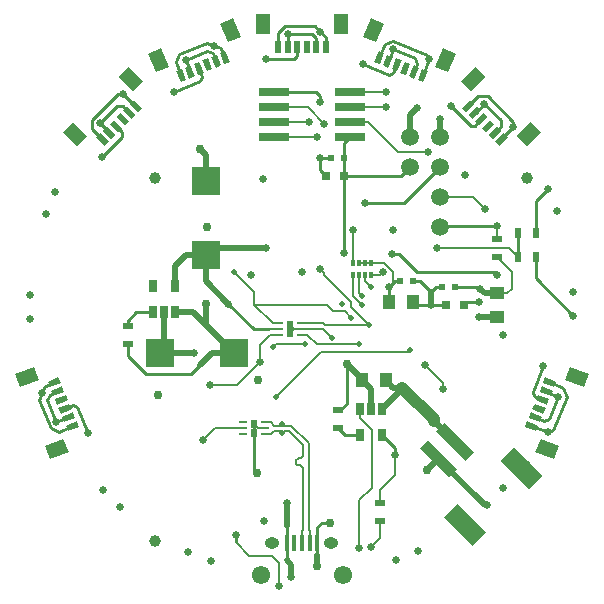
<source format=gbl>
G04 #@! TF.GenerationSoftware,KiCad,Pcbnew,no-vcs-found-7448~57~ubuntu16.10.1*
G04 #@! TF.CreationDate,2017-01-12T10:04:47-05:00*
G04 #@! TF.ProjectId,featherlight,666561746865726C696768742E6B6963,rev?*
G04 #@! TF.FileFunction,Copper,L4,Bot,Signal*
G04 #@! TF.FilePolarity,Positive*
%FSLAX46Y46*%
G04 Gerber Fmt 4.6, Leading zero omitted, Abs format (unit mm)*
G04 Created by KiCad (PCBNEW no-vcs-found-7448~57~ubuntu16.10.1) date Thu Jan 12 10:04:47 2017*
%MOMM*%
%LPD*%
G01*
G04 APERTURE LIST*
%ADD10C,0.100000*%
%ADD11R,0.900000X0.500000*%
%ADD12C,0.500000*%
%ADD13C,1.200000*%
%ADD14R,0.610000X0.710000*%
%ADD15R,0.700000X0.250000*%
%ADD16R,0.400000X0.500000*%
%ADD17R,0.300000X0.500000*%
%ADD18R,1.250000X1.000000*%
%ADD19R,0.400000X1.350000*%
%ADD20O,1.250000X0.950000*%
%ADD21C,1.550000*%
%ADD22R,0.500000X0.900000*%
%ADD23C,1.600000*%
%ADD24C,1.000000*%
%ADD25R,1.200000X1.700000*%
%ADD26R,0.500000X1.000000*%
%ADD27R,0.600000X0.500000*%
%ADD28R,0.650000X1.060000*%
%ADD29C,1.500000*%
%ADD30R,0.800000X0.750000*%
%ADD31R,1.000000X1.250000*%
%ADD32R,2.575000X0.650000*%
%ADD33R,2.370000X2.430000*%
%ADD34R,2.430000X2.370000*%
%ADD35C,0.635000*%
%ADD36C,0.508000*%
%ADD37C,0.762000*%
%ADD38C,0.508000*%
%ADD39C,0.254000*%
%ADD40C,0.203200*%
%ADD41C,1.016000*%
G04 APERTURE END LIST*
D10*
D11*
X29718000Y-47740000D03*
X29718000Y-46240000D03*
D12*
X50977269Y-23465530D03*
D10*
G36*
X50554957Y-23831799D02*
X50937641Y-22907919D01*
X51399581Y-23099261D01*
X51016897Y-24023141D01*
X50554957Y-23831799D01*
X50554957Y-23831799D01*
G37*
D12*
X51716371Y-23771676D03*
D10*
G36*
X51294059Y-24137945D02*
X51676743Y-23214065D01*
X52138683Y-23405407D01*
X51755999Y-24329287D01*
X51294059Y-24137945D01*
X51294059Y-24137945D01*
G37*
D12*
X52455475Y-24077823D03*
D10*
G36*
X52033163Y-24444092D02*
X52415847Y-23520212D01*
X52877787Y-23711554D01*
X52495103Y-24635434D01*
X52033163Y-24444092D01*
X52033163Y-24444092D01*
G37*
D12*
X53194578Y-24383970D03*
D10*
G36*
X52772266Y-24750239D02*
X53154950Y-23826359D01*
X53616890Y-24017701D01*
X53234206Y-24941581D01*
X52772266Y-24750239D01*
X52772266Y-24750239D01*
G37*
D12*
X53933682Y-24690117D03*
D10*
G36*
X53511370Y-25056386D02*
X53894054Y-24132506D01*
X54355994Y-24323848D01*
X53973310Y-25247728D01*
X53511370Y-25056386D01*
X53511370Y-25056386D01*
G37*
D12*
X54672786Y-24996263D03*
D10*
G36*
X54250474Y-25362532D02*
X54633158Y-24438652D01*
X55095098Y-24629994D01*
X54712414Y-25553874D01*
X54250474Y-25362532D01*
X54250474Y-25362532D01*
G37*
D13*
X56620062Y-23692187D03*
D10*
G36*
X55740453Y-24247875D02*
X56391015Y-22677279D01*
X57499671Y-23136499D01*
X56849109Y-24707095D01*
X55740453Y-24247875D01*
X55740453Y-24247875D01*
G37*
D13*
X50522457Y-21166476D03*
D10*
G36*
X49642848Y-21722164D02*
X50293410Y-20151568D01*
X51402066Y-20610788D01*
X50751504Y-22181384D01*
X49642848Y-21722164D01*
X49642848Y-21722164D01*
G37*
D13*
X23692187Y-56620062D03*
D10*
G36*
X24707095Y-56849109D02*
X23136499Y-57499671D01*
X22677279Y-56391015D01*
X24247875Y-55740453D01*
X24707095Y-56849109D01*
X24707095Y-56849109D01*
G37*
D13*
X21166476Y-50522457D03*
D10*
G36*
X22181384Y-50751504D02*
X20610788Y-51402066D01*
X20151568Y-50293410D01*
X21722164Y-49642848D01*
X22181384Y-50751504D01*
X22181384Y-50751504D01*
G37*
D12*
X23465530Y-50977269D03*
D10*
G36*
X24023141Y-51016897D02*
X23099261Y-51399581D01*
X22907919Y-50937641D01*
X23831799Y-50554957D01*
X24023141Y-51016897D01*
X24023141Y-51016897D01*
G37*
D12*
X23771676Y-51716371D03*
D10*
G36*
X24329287Y-51755999D02*
X23405407Y-52138683D01*
X23214065Y-51676743D01*
X24137945Y-51294059D01*
X24329287Y-51755999D01*
X24329287Y-51755999D01*
G37*
D12*
X24077823Y-52455475D03*
D10*
G36*
X24635434Y-52495103D02*
X23711554Y-52877787D01*
X23520212Y-52415847D01*
X24444092Y-52033163D01*
X24635434Y-52495103D01*
X24635434Y-52495103D01*
G37*
D12*
X24383970Y-53194578D03*
D10*
G36*
X24941581Y-53234206D02*
X24017701Y-53616890D01*
X23826359Y-53154950D01*
X24750239Y-52772266D01*
X24941581Y-53234206D01*
X24941581Y-53234206D01*
G37*
D12*
X24690117Y-53933682D03*
D10*
G36*
X25247728Y-53973310D02*
X24323848Y-54355994D01*
X24132506Y-53894054D01*
X25056386Y-53511370D01*
X25247728Y-53973310D01*
X25247728Y-53973310D01*
G37*
D12*
X24996263Y-54672786D03*
D10*
G36*
X25553874Y-54712414D02*
X24629994Y-55095098D01*
X24438652Y-54633158D01*
X25362532Y-54250474D01*
X25553874Y-54712414D01*
X25553874Y-54712414D01*
G37*
D13*
X67733524Y-50522457D03*
D10*
G36*
X67177836Y-49642848D02*
X68748432Y-50293410D01*
X68289212Y-51402066D01*
X66718616Y-50751504D01*
X67177836Y-49642848D01*
X67177836Y-49642848D01*
G37*
D13*
X65207813Y-56620062D03*
D10*
G36*
X64652125Y-55740453D02*
X66222721Y-56391015D01*
X65763501Y-57499671D01*
X64192905Y-56849109D01*
X64652125Y-55740453D01*
X64652125Y-55740453D01*
G37*
D12*
X63903737Y-54672786D03*
D10*
G36*
X63537468Y-54250474D02*
X64461348Y-54633158D01*
X64270006Y-55095098D01*
X63346126Y-54712414D01*
X63537468Y-54250474D01*
X63537468Y-54250474D01*
G37*
D12*
X64209883Y-53933682D03*
D10*
G36*
X63843614Y-53511370D02*
X64767494Y-53894054D01*
X64576152Y-54355994D01*
X63652272Y-53973310D01*
X63843614Y-53511370D01*
X63843614Y-53511370D01*
G37*
D12*
X64516030Y-53194578D03*
D10*
G36*
X64149761Y-52772266D02*
X65073641Y-53154950D01*
X64882299Y-53616890D01*
X63958419Y-53234206D01*
X64149761Y-52772266D01*
X64149761Y-52772266D01*
G37*
D12*
X64822177Y-52455475D03*
D10*
G36*
X64455908Y-52033163D02*
X65379788Y-52415847D01*
X65188446Y-52877787D01*
X64264566Y-52495103D01*
X64455908Y-52033163D01*
X64455908Y-52033163D01*
G37*
D12*
X65128324Y-51716371D03*
D10*
G36*
X64762055Y-51294059D02*
X65685935Y-51676743D01*
X65494593Y-52138683D01*
X64570713Y-51755999D01*
X64762055Y-51294059D01*
X64762055Y-51294059D01*
G37*
D12*
X65434470Y-50977269D03*
D10*
G36*
X65068201Y-50554957D02*
X65992081Y-50937641D01*
X65800739Y-51399581D01*
X64876859Y-51016897D01*
X65068201Y-50554957D01*
X65068201Y-50554957D01*
G37*
D13*
X58970438Y-25262658D03*
D10*
G36*
X57945133Y-25439435D02*
X59147215Y-24237353D01*
X59995743Y-25085881D01*
X58793661Y-26287963D01*
X57945133Y-25439435D01*
X57945133Y-25439435D01*
G37*
D13*
X63637342Y-29929562D03*
D10*
G36*
X62612037Y-30106339D02*
X63814119Y-28904257D01*
X64662647Y-29752785D01*
X63460565Y-30954867D01*
X62612037Y-30106339D01*
X62612037Y-30106339D01*
G37*
D12*
X61339245Y-30389182D03*
D10*
G36*
X60808915Y-30565959D02*
X61516022Y-29858852D01*
X61869575Y-30212405D01*
X61162468Y-30919512D01*
X60808915Y-30565959D01*
X60808915Y-30565959D01*
G37*
D12*
X60773560Y-29823496D03*
D10*
G36*
X60243230Y-30000273D02*
X60950337Y-29293166D01*
X61303890Y-29646719D01*
X60596783Y-30353826D01*
X60243230Y-30000273D01*
X60243230Y-30000273D01*
G37*
D12*
X60207875Y-29257811D03*
D10*
G36*
X59677545Y-29434588D02*
X60384652Y-28727481D01*
X60738205Y-29081034D01*
X60031098Y-29788141D01*
X59677545Y-29434588D01*
X59677545Y-29434588D01*
G37*
D12*
X59642189Y-28692125D03*
D10*
G36*
X59111859Y-28868902D02*
X59818966Y-28161795D01*
X60172519Y-28515348D01*
X59465412Y-29222455D01*
X59111859Y-28868902D01*
X59111859Y-28868902D01*
G37*
D12*
X59076504Y-28126440D03*
D10*
G36*
X58546174Y-28303217D02*
X59253281Y-27596110D01*
X59606834Y-27949663D01*
X58899727Y-28656770D01*
X58546174Y-28303217D01*
X58546174Y-28303217D01*
G37*
D12*
X58510819Y-27560755D03*
D10*
G36*
X57980489Y-27737532D02*
X58687596Y-27030425D01*
X59041149Y-27383978D01*
X58334042Y-28091085D01*
X57980489Y-27737532D01*
X57980489Y-27737532D01*
G37*
D14*
X40386000Y-54509000D03*
X40386000Y-55219000D03*
D15*
X39461000Y-54364000D03*
X39461000Y-54864000D03*
X39461000Y-55364000D03*
X41311000Y-55364000D03*
X41311000Y-54864000D03*
X41311000Y-54364000D03*
D16*
X48780000Y-40902000D03*
D17*
X49280000Y-40902000D03*
D16*
X50280000Y-40902000D03*
D17*
X49780000Y-40902000D03*
D16*
X48780000Y-41902000D03*
D17*
X49780000Y-41902000D03*
X49280000Y-41902000D03*
D16*
X50280000Y-41902000D03*
D18*
X60960000Y-45434000D03*
X60960000Y-43434000D03*
D19*
X45750000Y-64604460D03*
X45100000Y-64604460D03*
X44450000Y-64604460D03*
X43800000Y-64604460D03*
X43150000Y-64604460D03*
D20*
X46950000Y-64604460D03*
X41950000Y-64604460D03*
D21*
X47950000Y-67304460D03*
X40950000Y-67304460D03*
D22*
X64268496Y-38354000D03*
X62768496Y-38354000D03*
D23*
X58232058Y-63040384D03*
D10*
G36*
X57595662Y-61272617D02*
X59999825Y-63676780D01*
X58868454Y-64808151D01*
X56464291Y-62403988D01*
X57595662Y-61272617D01*
X57595662Y-61272617D01*
G37*
D23*
X63040384Y-58232058D03*
D10*
G36*
X62403988Y-56464291D02*
X64808151Y-58868454D01*
X63676780Y-59999825D01*
X61272617Y-57595662D01*
X62403988Y-56464291D01*
X62403988Y-56464291D01*
G37*
D24*
X56004672Y-57418885D03*
D10*
G36*
X55120789Y-55827895D02*
X57595662Y-58302768D01*
X56888555Y-59009875D01*
X54413682Y-56535002D01*
X55120789Y-55827895D01*
X55120789Y-55827895D01*
G37*
D24*
X57418885Y-56004672D03*
D10*
G36*
X56535002Y-54413682D02*
X59009875Y-56888555D01*
X58302768Y-57595662D01*
X55827895Y-55120789D01*
X56535002Y-54413682D01*
X56535002Y-54413682D01*
G37*
D12*
X27560755Y-30389182D03*
D10*
G36*
X27737532Y-30919512D02*
X27030425Y-30212405D01*
X27383978Y-29858852D01*
X28091085Y-30565959D01*
X27737532Y-30919512D01*
X27737532Y-30919512D01*
G37*
D12*
X28126440Y-29823496D03*
D10*
G36*
X28303217Y-30353826D02*
X27596110Y-29646719D01*
X27949663Y-29293166D01*
X28656770Y-30000273D01*
X28303217Y-30353826D01*
X28303217Y-30353826D01*
G37*
D12*
X28692125Y-29257811D03*
D10*
G36*
X28868902Y-29788141D02*
X28161795Y-29081034D01*
X28515348Y-28727481D01*
X29222455Y-29434588D01*
X28868902Y-29788141D01*
X28868902Y-29788141D01*
G37*
D12*
X29257811Y-28692125D03*
D10*
G36*
X29434588Y-29222455D02*
X28727481Y-28515348D01*
X29081034Y-28161795D01*
X29788141Y-28868902D01*
X29434588Y-29222455D01*
X29434588Y-29222455D01*
G37*
D12*
X29823496Y-28126440D03*
D10*
G36*
X30000273Y-28656770D02*
X29293166Y-27949663D01*
X29646719Y-27596110D01*
X30353826Y-28303217D01*
X30000273Y-28656770D01*
X30000273Y-28656770D01*
G37*
D12*
X30389182Y-27560755D03*
D10*
G36*
X30565959Y-28091085D02*
X29858852Y-27383978D01*
X30212405Y-27030425D01*
X30919512Y-27737532D01*
X30565959Y-28091085D01*
X30565959Y-28091085D01*
G37*
D13*
X29929562Y-25262658D03*
D10*
G36*
X30106339Y-26287963D02*
X28904257Y-25085881D01*
X29752785Y-24237353D01*
X30954867Y-25439435D01*
X30106339Y-26287963D01*
X30106339Y-26287963D01*
G37*
D13*
X25262658Y-29929562D03*
D10*
G36*
X25439435Y-30954867D02*
X24237353Y-29752785D01*
X25085881Y-28904257D01*
X26287963Y-30106339D01*
X25439435Y-30954867D01*
X25439435Y-30954867D01*
G37*
D12*
X34227214Y-24996263D03*
D10*
G36*
X34187586Y-25553874D02*
X33804902Y-24629994D01*
X34266842Y-24438652D01*
X34649526Y-25362532D01*
X34187586Y-25553874D01*
X34187586Y-25553874D01*
G37*
D12*
X34966318Y-24690117D03*
D10*
G36*
X34926690Y-25247728D02*
X34544006Y-24323848D01*
X35005946Y-24132506D01*
X35388630Y-25056386D01*
X34926690Y-25247728D01*
X34926690Y-25247728D01*
G37*
D12*
X35705422Y-24383970D03*
D10*
G36*
X35665794Y-24941581D02*
X35283110Y-24017701D01*
X35745050Y-23826359D01*
X36127734Y-24750239D01*
X35665794Y-24941581D01*
X35665794Y-24941581D01*
G37*
D12*
X36444525Y-24077823D03*
D10*
G36*
X36404897Y-24635434D02*
X36022213Y-23711554D01*
X36484153Y-23520212D01*
X36866837Y-24444092D01*
X36404897Y-24635434D01*
X36404897Y-24635434D01*
G37*
D12*
X37183629Y-23771676D03*
D10*
G36*
X37144001Y-24329287D02*
X36761317Y-23405407D01*
X37223257Y-23214065D01*
X37605941Y-24137945D01*
X37144001Y-24329287D01*
X37144001Y-24329287D01*
G37*
D12*
X37922731Y-23465530D03*
D10*
G36*
X37883103Y-24023141D02*
X37500419Y-23099261D01*
X37962359Y-22907919D01*
X38345043Y-23831799D01*
X37883103Y-24023141D01*
X37883103Y-24023141D01*
G37*
D13*
X38377543Y-21166476D03*
D10*
G36*
X38148496Y-22181384D02*
X37497934Y-20610788D01*
X38606590Y-20151568D01*
X39257152Y-21722164D01*
X38148496Y-22181384D01*
X38148496Y-22181384D01*
G37*
D13*
X32279938Y-23692187D03*
D10*
G36*
X32050891Y-24707095D02*
X31400329Y-23136499D01*
X32508985Y-22677279D01*
X33159547Y-24247875D01*
X32050891Y-24707095D01*
X32050891Y-24707095D01*
G37*
D25*
X41150000Y-20615000D03*
X47750000Y-20615000D03*
D26*
X46450000Y-22565000D03*
X45650000Y-22565000D03*
X44850000Y-22565000D03*
X44050000Y-22565000D03*
X43250000Y-22565000D03*
X42450000Y-22565000D03*
D27*
X52790000Y-42418000D03*
X53890000Y-42418000D03*
D28*
X33716000Y-42842000D03*
X31816000Y-42842000D03*
X31816000Y-45042000D03*
X32766000Y-45042000D03*
X33716000Y-45042000D03*
D29*
X56134000Y-37846000D03*
X56134000Y-35306000D03*
X56134000Y-32766000D03*
X56134000Y-30226000D03*
D30*
X56654000Y-44450000D03*
X58154000Y-44450000D03*
D27*
X56346000Y-42926000D03*
X57446000Y-42926000D03*
D11*
X60960000Y-38874000D03*
X60960000Y-40374000D03*
D24*
X32004000Y-33655000D03*
X32004000Y-64389000D03*
X63500000Y-33655000D03*
D11*
X51054000Y-62726000D03*
X51054000Y-61226000D03*
D22*
X62756496Y-40386000D03*
X64256496Y-40386000D03*
D11*
X47498000Y-53352000D03*
X47498000Y-54852000D03*
D28*
X49342000Y-55456000D03*
X51242000Y-55456000D03*
X51242000Y-53256000D03*
X50292000Y-53256000D03*
X49342000Y-53256000D03*
D29*
X53594000Y-30226000D03*
D31*
X51546000Y-50800000D03*
X49546000Y-50800000D03*
X51832000Y-44196000D03*
X53832000Y-44196000D03*
D14*
X43434000Y-46101000D03*
X43434000Y-46811000D03*
D15*
X42509000Y-45956000D03*
X42509000Y-46456000D03*
X42509000Y-46956000D03*
X44359000Y-46956000D03*
X44359000Y-46456000D03*
X44359000Y-45956000D03*
D30*
X46506000Y-33528000D03*
X48006000Y-33528000D03*
D27*
X46906000Y-32004000D03*
X48006000Y-32004000D03*
D29*
X53594000Y-32766000D03*
D32*
X42093500Y-30226000D03*
X42093500Y-28956000D03*
X42093500Y-27686000D03*
X42093500Y-26416000D03*
X48518500Y-26416000D03*
X48518500Y-27686000D03*
X48518500Y-28956000D03*
X48518500Y-30226000D03*
D33*
X32440000Y-48514000D03*
X38680000Y-48514000D03*
D34*
X36322000Y-40204000D03*
X36322000Y-33964000D03*
D35*
X35306000Y-48514000D03*
D36*
X46990000Y-47218590D03*
D37*
X48260000Y-49403000D03*
D36*
X47879000Y-44323000D03*
D35*
X40132000Y-41910000D03*
X44450000Y-41656000D03*
X65265304Y-55210416D03*
X55210416Y-23634696D03*
X22459280Y-51865416D03*
X54165500Y-27749500D03*
X62357000Y-29337000D03*
X58273000Y-33381000D03*
X48768000Y-38100000D03*
X45974000Y-27210000D03*
X45974000Y-32004000D03*
X29337000Y-26543000D03*
X41148000Y-33782000D03*
X37034584Y-22459280D03*
X46014533Y-21295467D03*
X59436000Y-45466000D03*
X43180000Y-61214000D03*
D37*
X55003557Y-58420000D03*
D35*
X66027424Y-36474585D03*
X67437000Y-45339000D03*
X60075646Y-61332882D03*
X52425415Y-66027424D03*
X43561000Y-67437000D03*
X34831927Y-65347013D03*
X27567118Y-60075646D03*
X21463000Y-43561000D03*
X23552987Y-34831927D03*
X55372000Y-44450000D03*
D37*
X35814000Y-31242000D03*
X40640000Y-58674000D03*
D35*
X51816026Y-42926000D03*
X48006000Y-40005000D03*
X59563000Y-43053000D03*
X41402000Y-39624000D03*
X38227000Y-44323000D03*
X38862000Y-63881000D03*
X42545000Y-68199000D03*
D36*
X42799000Y-54483000D03*
X42799000Y-55245000D03*
X49530000Y-43688000D03*
X50292000Y-42926000D03*
D37*
X36449000Y-37846000D03*
X36322000Y-44323000D03*
D35*
X41264052Y-62748948D03*
X56134000Y-28638500D03*
X23650188Y-54302738D03*
X66124626Y-52190750D03*
X59896041Y-27387513D03*
X34597262Y-23650188D03*
X27387513Y-29003959D03*
X52190750Y-22775374D03*
X52324000Y-57150000D03*
X65249812Y-34597262D03*
X67437000Y-43307000D03*
X61512487Y-59896041D03*
X54302738Y-65249812D03*
X36709250Y-66124626D03*
X29003959Y-61512487D03*
X21463000Y-45593000D03*
X22775374Y-36709250D03*
X43307000Y-21463000D03*
X60960000Y-37719000D03*
X59944000Y-36322000D03*
X26344390Y-55248721D03*
X27544566Y-31855089D03*
X33651279Y-26344390D03*
X41402000Y-23590106D03*
X49616751Y-24011552D03*
X57044911Y-27544566D03*
X64888448Y-49616751D03*
D37*
X40767000Y-50800000D03*
X52959000Y-51435000D03*
D35*
X55880000Y-39624000D03*
X50292000Y-64897000D03*
X49784000Y-35814000D03*
X59436000Y-44196000D03*
D36*
X53594000Y-48260000D03*
X42291000Y-52197000D03*
X48641000Y-45529500D03*
X38735000Y-41656000D03*
D35*
X36703000Y-51181000D03*
X40894000Y-49276000D03*
D36*
X49276000Y-47752000D03*
X50165000Y-46101000D03*
D35*
X45974000Y-41402000D03*
X51562000Y-27686000D03*
X51562000Y-26416000D03*
X45085000Y-28956000D03*
X56388000Y-51562000D03*
X54864000Y-49530000D03*
X61468000Y-46990000D03*
X52197000Y-38100000D03*
X45720000Y-30226000D03*
X46355000Y-29083000D03*
X55118000Y-31496000D03*
X49276000Y-65024000D03*
D37*
X45720000Y-66548000D03*
X46863000Y-62865000D03*
X32258000Y-52070000D03*
D35*
X36068000Y-55880000D03*
X51308000Y-41656000D03*
X60956001Y-41913999D03*
X52070000Y-40132000D03*
D36*
X49530000Y-44450000D03*
X42037000Y-48006000D03*
X44704000Y-47752000D03*
D38*
X32440000Y-48514000D02*
X35306000Y-48514000D01*
X43180000Y-63119000D02*
X43180000Y-61214000D01*
X43150000Y-63149000D02*
X43180000Y-63119000D01*
D39*
X43150000Y-64604460D02*
X43150000Y-63149000D01*
X43150000Y-64604460D02*
X43150000Y-66040000D01*
X40386000Y-55219000D02*
X40386000Y-58420000D01*
X40386000Y-58420000D02*
X40640000Y-58674000D01*
D38*
X43561000Y-67437000D02*
X43561000Y-66451000D01*
X43561000Y-66451000D02*
X43150000Y-66040000D01*
D39*
X47498000Y-53352000D02*
X47698000Y-53352000D01*
X47698000Y-53352000D02*
X48260000Y-52790000D01*
D38*
X49546000Y-50800000D02*
X49546000Y-50689000D01*
X49546000Y-50689000D02*
X48260000Y-49403000D01*
D39*
X48260000Y-49403000D02*
X48260000Y-52790000D01*
D40*
X46736001Y-46964591D02*
X46990000Y-47218590D01*
X44359000Y-46456000D02*
X46227410Y-46456000D01*
X46227410Y-46456000D02*
X46736001Y-46964591D01*
D38*
X49546000Y-50800000D02*
X49530000Y-50800000D01*
D40*
X43789000Y-46456000D02*
X43434000Y-46101000D01*
X44359000Y-46456000D02*
X43789000Y-46456000D01*
X43789000Y-46456000D02*
X43434000Y-46811000D01*
X48780000Y-40902000D02*
X48780000Y-38112000D01*
X48780000Y-38112000D02*
X48768000Y-38100000D01*
D39*
X45629012Y-26416000D02*
X42093500Y-26416000D01*
X65680137Y-55038587D02*
X65265304Y-55210416D01*
X63935543Y-54659611D02*
X65265304Y-55210416D01*
X65434470Y-50977268D02*
X66546450Y-51437865D01*
X66546450Y-51437865D02*
X66859027Y-52192493D01*
X66859027Y-52192493D02*
X65680137Y-55038587D01*
X50977268Y-23465530D02*
X51437865Y-22353550D01*
X51437865Y-22353550D02*
X52192493Y-22040973D01*
X54659611Y-24964457D02*
X55210416Y-23634696D01*
X55038587Y-23219863D02*
X55210416Y-23634696D01*
X52192493Y-22040973D02*
X55038587Y-23219863D01*
X23884284Y-55133383D02*
X23170766Y-54837834D01*
X23170766Y-54837834D02*
X22199415Y-52492786D01*
X24996263Y-54672786D02*
X23884284Y-55133383D01*
X22768924Y-51265811D02*
X22694953Y-51296451D01*
X23465530Y-50977268D02*
X22768924Y-51265811D01*
X22199415Y-52492786D02*
X22459280Y-51865416D01*
X22694953Y-51296451D02*
X22459280Y-51865416D01*
D38*
X53594000Y-30226000D02*
X53594000Y-28321000D01*
X53594000Y-28321000D02*
X54165500Y-27749500D01*
D39*
X60178694Y-26709682D02*
X62357001Y-28887988D01*
X61339245Y-30354755D02*
X62357000Y-29337000D01*
X62357001Y-28887988D02*
X62357000Y-29337000D01*
X59361891Y-26709682D02*
X60134197Y-26709682D01*
X58510818Y-27560755D02*
X59361891Y-26709682D01*
D40*
X41311000Y-54864000D02*
X40741000Y-54864000D01*
X40741000Y-54864000D02*
X40386000Y-54509000D01*
D39*
X45974000Y-32004000D02*
X46906000Y-32004000D01*
X45974000Y-32004000D02*
X45974000Y-32996000D01*
X45974000Y-32996000D02*
X46506000Y-33528000D01*
X45974000Y-27210000D02*
X45974000Y-26760988D01*
X45974000Y-26760988D02*
X45629012Y-26416000D01*
X27560755Y-30389182D02*
X26709682Y-29538109D01*
X26709682Y-29538109D02*
X26709682Y-28721306D01*
X26709682Y-28721306D02*
X28887988Y-26543000D01*
X28887988Y-26543000D02*
X29337000Y-26543000D01*
X30389182Y-27560755D02*
X30354755Y-27560755D01*
X30354755Y-27560755D02*
X29337000Y-26543000D01*
X64256496Y-40386000D02*
X64256496Y-42158496D01*
X64256496Y-42158496D02*
X67437000Y-45339000D01*
X37922732Y-23465530D02*
X37634189Y-22768924D01*
X36407214Y-22199415D02*
X37034584Y-22459280D01*
X37634189Y-22768924D02*
X37603549Y-22694953D01*
X37603549Y-22694953D02*
X37034584Y-22459280D01*
X34062166Y-23170766D02*
X36407214Y-22199415D01*
X34227214Y-24996263D02*
X33766617Y-23884284D01*
X33766617Y-23884284D02*
X34062166Y-23170766D01*
X42450000Y-22565000D02*
X42450000Y-21361402D01*
X42450000Y-21361402D02*
X42996103Y-20815299D01*
X42996103Y-20815299D02*
X45534365Y-20815299D01*
X45534365Y-20815299D02*
X46014533Y-21295467D01*
X46450000Y-21811000D02*
X46450000Y-21730934D01*
X46450000Y-21730934D02*
X46014533Y-21295467D01*
D38*
X59436000Y-45466000D02*
X60928000Y-45466000D01*
X60928000Y-45466000D02*
X60960000Y-45434000D01*
D39*
X55372000Y-44450000D02*
X56654000Y-44450000D01*
X56346000Y-42926000D02*
X55792000Y-42926000D01*
X55792000Y-42926000D02*
X55372000Y-43346000D01*
D38*
X55372000Y-44450000D02*
X55372000Y-43346000D01*
D39*
X55372000Y-44450000D02*
X54086000Y-44450000D01*
X54086000Y-44450000D02*
X53832000Y-44196000D01*
X53890000Y-42418000D02*
X54444000Y-42418000D01*
X54444000Y-42418000D02*
X55372000Y-43346000D01*
D38*
X56004672Y-57418885D02*
X55003557Y-58420000D01*
X56004672Y-57418885D02*
X59918669Y-61332882D01*
X59918669Y-61332882D02*
X60075646Y-61332882D01*
D39*
X46450000Y-22565000D02*
X46450000Y-21811000D01*
D38*
X50292000Y-53256000D02*
X50292000Y-51546000D01*
X50292000Y-51546000D02*
X49546000Y-50800000D01*
X32440000Y-48514000D02*
X32766000Y-48188000D01*
X32766000Y-48188000D02*
X32766000Y-45042000D01*
X36322000Y-33964000D02*
X36322000Y-31750000D01*
X36322000Y-31750000D02*
X35814000Y-31242000D01*
D39*
X40386000Y-55219000D02*
X40386000Y-54509000D01*
X43434000Y-46811000D02*
X43434000Y-46101000D01*
X52790000Y-42418000D02*
X52324026Y-42418000D01*
X52324026Y-42418000D02*
X51816026Y-42926000D01*
X51832000Y-44196000D02*
X51832000Y-42941974D01*
D40*
X52133525Y-42608501D02*
X51816026Y-42926000D01*
X52133525Y-41598109D02*
X52133525Y-42608501D01*
X51437416Y-40902000D02*
X52133525Y-41598109D01*
X50280000Y-40902000D02*
X51437416Y-40902000D01*
D39*
X51832000Y-42941974D02*
X51816026Y-42926000D01*
X51747988Y-42926000D02*
X51816026Y-42926000D01*
X51689000Y-42867012D02*
X51747988Y-42926000D01*
X48006000Y-33528000D02*
X48006000Y-40005000D01*
D40*
X49780000Y-40902000D02*
X50280000Y-40902000D01*
X49280000Y-40902000D02*
X49780000Y-40902000D01*
D39*
X48006000Y-32004000D02*
X48006000Y-30738500D01*
X48006000Y-30738500D02*
X48518500Y-30226000D01*
X48006000Y-33528000D02*
X52832000Y-33528000D01*
X52832000Y-33528000D02*
X53594000Y-32766000D01*
D40*
X62230000Y-43053000D02*
X62230000Y-41644000D01*
X62230000Y-41644000D02*
X60960000Y-40374000D01*
X61849000Y-43434000D02*
X62230000Y-43053000D01*
X60960000Y-43434000D02*
X61849000Y-43434000D01*
D39*
X57446000Y-42926000D02*
X59436000Y-42926000D01*
X59436000Y-42926000D02*
X59563000Y-43053000D01*
D38*
X60960000Y-43434000D02*
X59944000Y-43434000D01*
X59944000Y-43434000D02*
X59563000Y-43053000D01*
D39*
X48006000Y-33528000D02*
X48006000Y-32004000D01*
X41682000Y-46456000D02*
X40360000Y-46456000D01*
D40*
X42509000Y-46456000D02*
X41682000Y-46456000D01*
D39*
X40360000Y-46456000D02*
X38227000Y-44323000D01*
D38*
X36322000Y-40204000D02*
X36322000Y-42418000D01*
X36322000Y-42418000D02*
X38227000Y-44323000D01*
X41402000Y-39624000D02*
X36902000Y-39624000D01*
X36902000Y-39624000D02*
X36322000Y-40204000D01*
X33716000Y-42842000D02*
X33716000Y-41087000D01*
X33716000Y-41087000D02*
X34599000Y-40204000D01*
X34599000Y-40204000D02*
X36322000Y-40204000D01*
D40*
X42545000Y-68199000D02*
X42545000Y-66294000D01*
X42545000Y-66294000D02*
X41910000Y-65659000D01*
X41910000Y-65659000D02*
X40005000Y-65659000D01*
X40005000Y-65659000D02*
X38862000Y-64516000D01*
D39*
X38862000Y-64516000D02*
X38862000Y-63881000D01*
D40*
X45100000Y-64604460D02*
X45100000Y-63591960D01*
X45100000Y-63591960D02*
X45003600Y-63495560D01*
X45003600Y-63495560D02*
X45003600Y-56110312D01*
X42799000Y-54483000D02*
X42951401Y-54635401D01*
X42951401Y-54635401D02*
X43528689Y-54635401D01*
X43528689Y-54635401D02*
X45003600Y-56110312D01*
X41311000Y-54364000D02*
X41836000Y-54364000D01*
X41836000Y-54364000D02*
X42107401Y-54635401D01*
X42107401Y-54635401D02*
X42646599Y-54635401D01*
X42646599Y-54635401D02*
X42799000Y-54483000D01*
X44450000Y-64604460D02*
X44450000Y-63591960D01*
X44450000Y-63591960D02*
X44546400Y-63495560D01*
X44546400Y-63495560D02*
X44546400Y-58293000D01*
X44480950Y-58105953D02*
X44433447Y-58058450D01*
X44313157Y-58000521D02*
X44246400Y-57993000D01*
X43339311Y-55092599D02*
X42951401Y-55092599D01*
X44246400Y-57993000D02*
X44208136Y-57993000D01*
X44538879Y-57159756D02*
X44546400Y-57093000D01*
X44546400Y-58293000D02*
X44538879Y-58226243D01*
X44077971Y-57963290D02*
X44021090Y-57927549D01*
X44538879Y-58226243D02*
X44516691Y-58162834D01*
X43973587Y-57880046D02*
X43937846Y-57823165D01*
X44480950Y-57280046D02*
X44516691Y-57223165D01*
X44516691Y-58162834D02*
X44480950Y-58105953D01*
X43937846Y-57823165D02*
X43915658Y-57759756D01*
X44433447Y-57327549D02*
X44480950Y-57280046D01*
X44433447Y-58058450D02*
X44376566Y-58022709D01*
X44376566Y-58022709D02*
X44313157Y-58000521D01*
X44546400Y-57093000D02*
X44546400Y-56299688D01*
X44208136Y-57393000D02*
X44246400Y-57393000D01*
X44208136Y-57993000D02*
X44141380Y-57985478D01*
X44141380Y-57985478D02*
X44077971Y-57963290D01*
X44376566Y-57363290D02*
X44433447Y-57327549D01*
X44021090Y-57927549D02*
X43973587Y-57880046D01*
X43915658Y-57626243D02*
X43937846Y-57562834D01*
X43915658Y-57759756D02*
X43908136Y-57693000D01*
X43908136Y-57693000D02*
X43915658Y-57626243D01*
X44077971Y-57422709D02*
X44141380Y-57400521D01*
X42951401Y-55092599D02*
X42809981Y-55234019D01*
X43937846Y-57562834D02*
X43973587Y-57505953D01*
X43973587Y-57505953D02*
X44021090Y-57458450D01*
X44246400Y-57393000D02*
X44313157Y-57385478D01*
X44516691Y-57223165D02*
X44538879Y-57159756D01*
X44021090Y-57458450D02*
X44077971Y-57422709D01*
X44141380Y-57400521D02*
X44208136Y-57393000D01*
X44313157Y-57385478D02*
X44376566Y-57363290D01*
X44546400Y-56299688D02*
X43339311Y-55092599D01*
X42809981Y-55234019D02*
X42799000Y-55245000D01*
X42107401Y-55092599D02*
X42646599Y-55092599D01*
X42646599Y-55092599D02*
X42799000Y-55245000D01*
X41311000Y-55364000D02*
X41836000Y-55364000D01*
X41836000Y-55364000D02*
X42107401Y-55092599D01*
X49280000Y-41902000D02*
X49280000Y-43438000D01*
X49280000Y-43438000D02*
X49530000Y-43688000D01*
X49780000Y-41902000D02*
X49780000Y-42414000D01*
X49780000Y-42414000D02*
X50292000Y-42926000D01*
D38*
X38680000Y-48484000D02*
X36297000Y-46101000D01*
X36297000Y-46101000D02*
X35238000Y-45042000D01*
X36322000Y-44323000D02*
X36322000Y-46076000D01*
X36322000Y-46076000D02*
X36297000Y-46101000D01*
D40*
X52324000Y-57150000D02*
X52324000Y-58817000D01*
X51054000Y-60087000D02*
X52324000Y-58817000D01*
X51054000Y-61226000D02*
X51054000Y-60087000D01*
D39*
X52324000Y-57150000D02*
X52324000Y-56538000D01*
X52324000Y-56538000D02*
X51242000Y-55456000D01*
X35052000Y-50292000D02*
X31269358Y-50292000D01*
X31269358Y-50292000D02*
X29718000Y-48740642D01*
X29718000Y-48740642D02*
X29718000Y-48244000D01*
X29718000Y-48244000D02*
X29718000Y-47740000D01*
X35814000Y-49530000D02*
X35052000Y-50292000D01*
D38*
X56134000Y-30226000D02*
X56134000Y-28638500D01*
D39*
X51790846Y-23740828D02*
X51716371Y-23771676D01*
X23650188Y-54302738D02*
X22886735Y-52459599D01*
X22886735Y-52459599D02*
X23075071Y-52004915D01*
X23650188Y-54302738D02*
X24615642Y-53902834D01*
X24615642Y-53902834D02*
X24690117Y-53933682D01*
X23075071Y-52004915D02*
X23771676Y-51716371D01*
X64906489Y-54222226D02*
X64209883Y-53933682D01*
X65361173Y-54033889D02*
X64906489Y-54222226D01*
X66124626Y-52190750D02*
X65361173Y-54033889D01*
X65159172Y-51790846D02*
X65128324Y-51716371D01*
X66124626Y-52190750D02*
X65159172Y-51790846D01*
X65159172Y-51790846D02*
X65128324Y-51716371D01*
X59896041Y-27387513D02*
X61306718Y-28798191D01*
X61306719Y-29290337D02*
X60773560Y-29823497D01*
X61306718Y-28798191D02*
X61306719Y-29290337D01*
X59157114Y-28126440D02*
X59076503Y-28126439D01*
X59896041Y-27387513D02*
X59157114Y-28126440D01*
X59157114Y-28126440D02*
X59076503Y-28126439D01*
X64268496Y-38354000D02*
X64268496Y-35578578D01*
X64268496Y-35578578D02*
X65249812Y-34597262D01*
X28126440Y-29742886D02*
X28126440Y-29823496D01*
X34997166Y-24615642D02*
X34966318Y-24690117D01*
X28798191Y-27593281D02*
X29290338Y-27593281D01*
X36440401Y-22886735D02*
X36895085Y-23075071D01*
X29290338Y-27593281D02*
X29823496Y-28126440D01*
X36895085Y-23075071D02*
X37183629Y-23771676D01*
X27387513Y-29003959D02*
X28798191Y-27593281D01*
X34597262Y-23650188D02*
X36440401Y-22886735D01*
X27387513Y-29003959D02*
X28126440Y-29742886D01*
X34597262Y-23650188D02*
X34997166Y-24615642D01*
X52190750Y-22775374D02*
X51790846Y-23740828D01*
X51790846Y-23740828D02*
X51716371Y-23771676D01*
X54222226Y-23993511D02*
X53933682Y-24690117D01*
X54033889Y-23538827D02*
X54222226Y-23993511D01*
X52190750Y-22775374D02*
X54033889Y-23538827D01*
X43307000Y-21463000D02*
X45302000Y-21463000D01*
X45302000Y-21463000D02*
X45650000Y-21811000D01*
X45650000Y-21811000D02*
X45650000Y-22565000D01*
X51392000Y-55456000D02*
X51242000Y-55456000D01*
X51790846Y-23740828D02*
X51716371Y-23771676D01*
X43307000Y-21463000D02*
X43307000Y-22508000D01*
X43307000Y-22508000D02*
X43250000Y-22565000D01*
X36194999Y-49149001D02*
X35814000Y-49530000D01*
D38*
X36830000Y-48514000D02*
X35814000Y-49530000D01*
X38680000Y-48514000D02*
X36830000Y-48514000D01*
X38680000Y-48514000D02*
X38680000Y-48484000D01*
X35238000Y-45042000D02*
X34549000Y-45042000D01*
X34549000Y-45042000D02*
X33716000Y-45042000D01*
D39*
X60960000Y-37719000D02*
X56261000Y-37719000D01*
X56261000Y-37719000D02*
X56134000Y-37846000D01*
D40*
X60960000Y-38874000D02*
X60960000Y-37719000D01*
X56134000Y-35306000D02*
X58928000Y-35306000D01*
X58928000Y-35306000D02*
X59944000Y-36322000D01*
D39*
X25080575Y-52906035D02*
X24383970Y-53194579D01*
X26344390Y-55248721D02*
X25434792Y-53052757D01*
X25434792Y-53052757D02*
X25080575Y-52906035D01*
X27544566Y-31855089D02*
X29225284Y-30174371D01*
X29225284Y-30174371D02*
X29225284Y-29790969D01*
X29225284Y-29790969D02*
X28692125Y-29257811D01*
X33651279Y-26344390D02*
X35847243Y-25434792D01*
X35847243Y-25434792D02*
X35993965Y-25080575D01*
X35993965Y-25080575D02*
X35705421Y-24383970D01*
X41402000Y-23590106D02*
X43778894Y-23590106D01*
X43778894Y-23590106D02*
X44050000Y-23319000D01*
X44050000Y-23319000D02*
X44050000Y-22565000D01*
X49616751Y-24011552D02*
X51812715Y-24921150D01*
X51812715Y-24921150D02*
X52166932Y-24774428D01*
X52166932Y-24774428D02*
X52455475Y-24077823D01*
X59109031Y-29225284D02*
X59642189Y-28692125D01*
X58725629Y-29225284D02*
X59109031Y-29225284D01*
X57044911Y-27544566D02*
X58725629Y-29225284D01*
X64125572Y-52166932D02*
X64822177Y-52455475D01*
X63978850Y-51812715D02*
X64125572Y-52166932D01*
X64888448Y-49616751D02*
X63978850Y-51812715D01*
D38*
X52959000Y-51435000D02*
X52181000Y-51435000D01*
X52181000Y-51435000D02*
X51546000Y-50800000D01*
D41*
X52959000Y-51435000D02*
X55626000Y-54102000D01*
X55626000Y-54102000D02*
X55626000Y-54211787D01*
D38*
X52959000Y-51435000D02*
X52959000Y-51539000D01*
X52959000Y-51539000D02*
X51242000Y-53256000D01*
X55626000Y-54211787D02*
X57418885Y-56004672D01*
D40*
X58928000Y-39624000D02*
X55880000Y-39624000D01*
X61976000Y-39624000D02*
X58928000Y-39624000D01*
X62738000Y-40386000D02*
X61976000Y-39624000D01*
X62756496Y-40386000D02*
X62738000Y-40386000D01*
D39*
X62768496Y-38354000D02*
X62768496Y-40374000D01*
X62768496Y-40374000D02*
X62756496Y-40386000D01*
X49342000Y-55456000D02*
X48102000Y-55456000D01*
X48102000Y-55456000D02*
X47498000Y-54852000D01*
D40*
X51054000Y-62726000D02*
X51054000Y-64135000D01*
X51054000Y-64135000D02*
X50292000Y-64897000D01*
D39*
X49784000Y-35814000D02*
X53086000Y-35814000D01*
X53086000Y-35814000D02*
X56134000Y-32766000D01*
X59436000Y-44196000D02*
X58408000Y-44196000D01*
X58408000Y-44196000D02*
X58154000Y-44450000D01*
D40*
X46101000Y-48387000D02*
X53467000Y-48387000D01*
X53467000Y-48387000D02*
X53594000Y-48260000D01*
X42291000Y-52197000D02*
X46101000Y-48387000D01*
D39*
X31816000Y-45042000D02*
X30412000Y-45042000D01*
X30412000Y-45042000D02*
X29718000Y-45736000D01*
X29718000Y-45736000D02*
X29718000Y-46240000D01*
D40*
X47117000Y-44958000D02*
X48069500Y-44958000D01*
X48069500Y-44958000D02*
X48641000Y-45529500D01*
X46545200Y-44386200D02*
X47117000Y-44958000D01*
X40386000Y-44386200D02*
X46545200Y-44386200D01*
X40386000Y-43307000D02*
X40386000Y-44386200D01*
X40386000Y-44386200D02*
X41955800Y-45956000D01*
X38735000Y-41656000D02*
X40386000Y-43307000D01*
X42509000Y-45956000D02*
X41955800Y-45956000D01*
X40894000Y-49276000D02*
X38989000Y-51181000D01*
X38989000Y-51181000D02*
X36703000Y-51181000D01*
X41955800Y-46956000D02*
X42509000Y-46956000D01*
X40894000Y-49276000D02*
X40894000Y-47818750D01*
X40894000Y-47818750D02*
X41756750Y-46956000D01*
X41756750Y-46956000D02*
X41955800Y-46956000D01*
X44359000Y-46956000D02*
X44912200Y-46956000D01*
X44912200Y-46956000D02*
X45708200Y-47752000D01*
X45708200Y-47752000D02*
X48916790Y-47752000D01*
X48916790Y-47752000D02*
X49276000Y-47752000D01*
X50165000Y-46101000D02*
X46385830Y-46101000D01*
X44912200Y-45956000D02*
X44359000Y-45956000D01*
X46240830Y-45956000D02*
X44912200Y-45956000D01*
X46385830Y-46101000D02*
X46240830Y-45956000D01*
X48641000Y-44196000D02*
X48641000Y-44577000D01*
X48641000Y-44577000D02*
X50165000Y-46101000D01*
X46291499Y-41846499D02*
X48641000Y-44196000D01*
X45974000Y-41402000D02*
X46291499Y-41719499D01*
X46291499Y-41719499D02*
X46291499Y-41846499D01*
X51562000Y-27686000D02*
X48518500Y-27686000D01*
X48518500Y-26416000D02*
X50009200Y-26416000D01*
X50009200Y-26416000D02*
X51562000Y-26416000D01*
X45085000Y-28956000D02*
X44635988Y-28956000D01*
X44635988Y-28956000D02*
X42093500Y-28956000D01*
X56388000Y-51562000D02*
X56388000Y-51054000D01*
X56388000Y-51054000D02*
X54864000Y-49530000D01*
X42093500Y-30226000D02*
X45720000Y-30226000D01*
X42093500Y-27686000D02*
X44958000Y-27686000D01*
X44958000Y-27686000D02*
X46355000Y-29083000D01*
X50038000Y-28956000D02*
X48518500Y-28956000D01*
X52578000Y-31496000D02*
X55118000Y-31496000D01*
X50038000Y-28956000D02*
X52578000Y-31496000D01*
X50342810Y-54990010D02*
X50342810Y-59893190D01*
X50342810Y-59893190D02*
X49276000Y-60960000D01*
X49276000Y-65024000D02*
X49276000Y-60960000D01*
X49342000Y-53256000D02*
X49342000Y-53989200D01*
X49342000Y-53989200D02*
X50342810Y-54990010D01*
D39*
X45750000Y-64604460D02*
X45750000Y-63246000D01*
X45750000Y-63246000D02*
X46131000Y-62865000D01*
X46131000Y-62865000D02*
X46863000Y-62865000D01*
X45750000Y-65629000D02*
X45750000Y-64604460D01*
D38*
X45750000Y-65629000D02*
X45750000Y-66518000D01*
X45750000Y-66518000D02*
X45720000Y-66548000D01*
D40*
X39461000Y-54864000D02*
X37084000Y-54864000D01*
X37084000Y-54864000D02*
X36068000Y-55880000D01*
X50280000Y-41902000D02*
X51062000Y-41902000D01*
X51062000Y-41902000D02*
X51308000Y-41656000D01*
D39*
X60956001Y-41913999D02*
X60956001Y-41906001D01*
X60956001Y-41906001D02*
X60706000Y-41656000D01*
X54226642Y-41656000D02*
X60706000Y-41656000D01*
X52070000Y-40132000D02*
X52702642Y-40132000D01*
X52702642Y-40132000D02*
X54226642Y-41656000D01*
D40*
X48780000Y-41902000D02*
X48780000Y-43700000D01*
X48780000Y-43700000D02*
X49530000Y-44450000D01*
X44704000Y-47752000D02*
X42290999Y-47752001D01*
X42290999Y-47752001D02*
X42037000Y-48006000D01*
M02*

</source>
